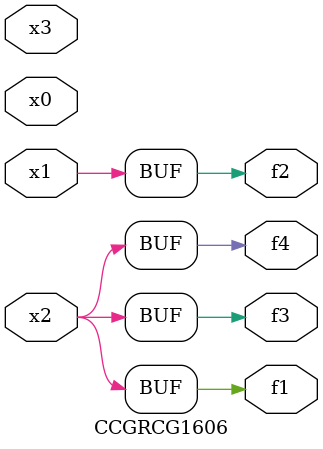
<source format=v>
module CCGRCG1606(
	input x0, x1, x2, x3,
	output f1, f2, f3, f4
);
	assign f1 = x2;
	assign f2 = x1;
	assign f3 = x2;
	assign f4 = x2;
endmodule

</source>
